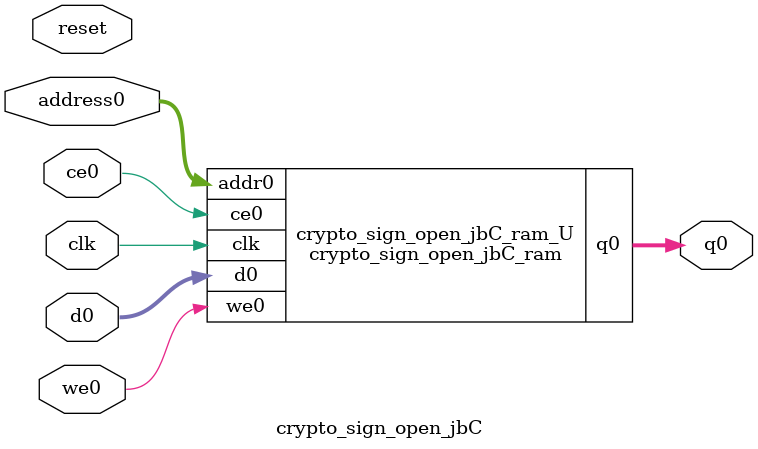
<source format=v>

`timescale 1 ns / 1 ps
module crypto_sign_open_jbC_ram (addr0, ce0, d0, we0, q0,  clk);

parameter DWIDTH = 23;
parameter AWIDTH = 8;
parameter MEM_SIZE = 256;

input[AWIDTH-1:0] addr0;
input ce0;
input[DWIDTH-1:0] d0;
input we0;
output reg[DWIDTH-1:0] q0;
input clk;

(* ram_style = "block" *)reg [DWIDTH-1:0] ram[0:MEM_SIZE-1];




always @(posedge clk)  
begin 
    if (ce0) 
    begin
        if (we0) 
        begin 
            ram[addr0] <= d0; 
            q0 <= d0;
        end 
        else 
            q0 <= ram[addr0];
    end
end


endmodule


`timescale 1 ns / 1 ps
module crypto_sign_open_jbC(
    reset,
    clk,
    address0,
    ce0,
    we0,
    d0,
    q0);

parameter DataWidth = 32'd23;
parameter AddressRange = 32'd256;
parameter AddressWidth = 32'd8;
input reset;
input clk;
input[AddressWidth - 1:0] address0;
input ce0;
input we0;
input[DataWidth - 1:0] d0;
output[DataWidth - 1:0] q0;



crypto_sign_open_jbC_ram crypto_sign_open_jbC_ram_U(
    .clk( clk ),
    .addr0( address0 ),
    .ce0( ce0 ),
    .we0( we0 ),
    .d0( d0 ),
    .q0( q0 ));

endmodule


</source>
